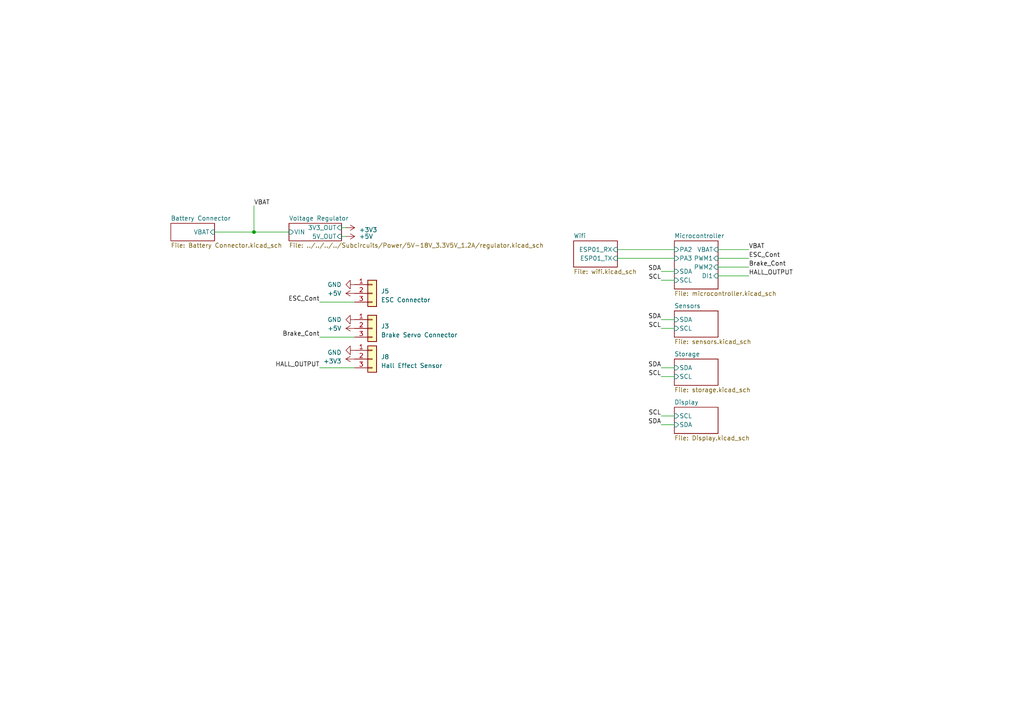
<source format=kicad_sch>
(kicad_sch (version 20230121) (generator eeschema)
  (paper "A4")
  (lib_symbols
    (symbol "+5V_1" (power) (pin_names (offset 0))
      (property "Value" "+5V_1" (at 0 3.556 0))
      (symbol "+5V_1_0_1"
        (polyline (pts (xy -0.762 1.27) (xy 0 2.54)))
        (polyline (pts (xy 0 0) (xy 0 2.54)))
        (polyline (pts (xy 0 2.54) (xy 0.762 1.27)))
      )
      (symbol "+5V_1_1_1"
        (pin power_in line (at 0 0 90) (length 0) hide (name "+5V") (number "1"))
      )
    )
    (symbol "Connector_Generic:Conn_01x03" (pin_names (offset 1.016) hide)
      (property "Reference" "J" (at 0 5.08 0))
      (property "Value" "Conn_01x03" (at 0 -5.08 0))
      (symbol "Conn_01x03_1_1"
        (rectangle (start -1.27 -2.413) (end 0 -2.667) (stroke (width 0.1524)))
        (rectangle (start -1.27 0.127) (end 0 -0.127) (stroke (width 0.1524)))
        (rectangle (start -1.27 2.667) (end 0 2.413) (stroke (width 0.1524)))
        (rectangle (start -1.27 3.81) (end 1.27 -3.81) (stroke (width 0.254)) (fill (type background)))
        (pin passive line (at -5.08 2.54 0) (length 3.81) (name "Pin_1") (number "1"))
        (pin passive line (at -5.08 0 0) (length 3.81) (name "Pin_2") (number "2"))
        (pin passive line (at -5.08 -2.54 0) (length 3.81) (name "Pin_3") (number "3"))
      )
    )
    (symbol "GND_1" (power) (pin_names (offset 0))
      (property "Value" "GND_1" (at 0 -3.81 0))
      (symbol "GND_1_0_1"
        (polyline (pts (xy 0 0) (xy 0 -1.27) (xy 1.27 -1.27) (xy 0 -2.54) (xy -1.27 -1.27) (xy 0 -1.27)))
      )
      (symbol "GND_1_1_1"
        (pin power_in line (at 0 0 270) (length 0) hide (name "GND") (number "1"))
      )
    )
    (symbol "power:+3V3" (power) (pin_names (offset 0))
      (property "Value" "+3V3" (at 0 3.556 0))
      (symbol "+3V3_0_1"
        (polyline (pts (xy -0.762 1.27) (xy 0 2.54)))
        (polyline (pts (xy 0 0) (xy 0 2.54)))
        (polyline (pts (xy 0 2.54) (xy 0.762 1.27)))
      )
      (symbol "+3V3_1_1"
        (pin power_in line (at 0 0 90) (length 0) hide (name "+3V3") (number "1"))
      )
    )
    (symbol "power:+5V" (power) (pin_names (offset 0))
      (property "Value" "+5V" (at 0 3.556 0))
      (symbol "+5V_0_1"
        (polyline (pts (xy -0.762 1.27) (xy 0 2.54)))
        (polyline (pts (xy 0 0) (xy 0 2.54)))
        (polyline (pts (xy 0 2.54) (xy 0.762 1.27)))
      )
      (symbol "+5V_1_1"
        (pin power_in line (at 0 0 90) (length 0) hide (name "+5V") (number "1"))
      )
    )
    (symbol "power:GND" (power) (pin_names (offset 0))
      (property "Value" "GND" (at 0 -3.81 0))
      (symbol "GND_0_1"
        (polyline (pts (xy 0 0) (xy 0 -1.27) (xy 1.27 -1.27) (xy 0 -2.54) (xy -1.27 -1.27) (xy 0 -1.27)))
      )
      (symbol "GND_1_1"
        (pin power_in line (at 0 0 270) (length 0) hide (name "GND") (number "1"))
      )
    )
  )
  (junction (at 73.66 67.31))
  (wire (pts (xy 191.77 106.68) (xy 195.58 106.68)))
  (wire (pts (xy 99.06 68.58) (xy 100.33 68.58)))
  (wire (pts (xy 73.66 59.69) (xy 73.66 67.31)))
  (wire (pts (xy 179.07 74.93) (xy 195.58 74.93)))
  (wire (pts (xy 99.06 66.04) (xy 100.33 66.04)))
  (wire (pts (xy 92.71 87.63) (xy 102.87 87.63)))
  (wire (pts (xy 73.66 67.31) (xy 83.82 67.31)))
  (wire (pts (xy 208.28 77.47) (xy 217.17 77.47)))
  (wire (pts (xy 191.77 81.28) (xy 195.58 81.28)))
  (wire (pts (xy 208.28 74.93) (xy 217.17 74.93)))
  (wire (pts (xy 191.77 78.74) (xy 195.58 78.74)))
  (wire (pts (xy 62.23 67.31) (xy 73.66 67.31)))
  (wire (pts (xy 208.28 80.01) (xy 217.17 80.01)))
  (wire (pts (xy 191.77 109.22) (xy 195.58 109.22)))
  (wire (pts (xy 208.28 72.39) (xy 217.17 72.39)))
  (wire (pts (xy 92.71 106.68) (xy 102.87 106.68)))
  (wire (pts (xy 191.77 95.25) (xy 195.58 95.25)))
  (wire (pts (xy 191.77 92.71) (xy 195.58 92.71)))
  (wire (pts (xy 92.71 97.79) (xy 102.87 97.79)))
  (wire (pts (xy 179.07 72.39) (xy 195.58 72.39)))
  (wire (pts (xy 195.58 120.65) (xy 191.77 120.65)))
  (wire (pts (xy 195.58 123.19) (xy 191.77 123.19)))
  (label "Brake_Cont" (at 217.17 77.47 0))
  (label "HALL_OUTPUT" (at 217.17 80.01 0))
  (label "SCL" (at 191.77 95.25 180))
  (label "VBAT" (at 217.17 72.39 0))
  (label "SDA" (at 191.77 123.19 180))
  (label "HALL_OUTPUT" (at 92.71 106.68 180))
  (label "SDA" (at 191.77 106.68 180))
  (label "ESC_Cont" (at 92.71 87.63 180))
  (label "SCL" (at 191.77 109.22 180))
  (label "Brake_Cont" (at 92.71 97.79 180))
  (label "SCL" (at 191.77 81.28 180))
  (label "ESC_Cont" (at 217.17 74.93 0))
  (label "SDA" (at 191.77 78.74 180))
  (label "VBAT" (at 73.66 59.69 0))
  (label "SCL" (at 191.77 120.65 180))
  (label "SDA" (at 191.77 92.71 180))
  (symbol (lib_id "power:GND") (at 102.87 82.55 270) (unit 1)
    (property "Reference" "#PWR01" (effects hide))
    (property "Value" "GND" (at 99.06 82.5499 90) (effects (justify right)))
  )
  (symbol (lib_id "Connector_Generic:Conn_01x03") (at 107.95 104.14 0) (unit 1)
    (property "Reference" "J8" (at 110.49 103.505 0) (effects (justify left)))
    (property "Value" "Hall Effect Sensor" (at 110.49 106.045 0) (effects (justify left)))
    (property "Footprint" "Connector_PinHeader_2.54mm:PinHeader_1x03_P2.54mm_Vertical" (effects hide))
  )
  (symbol (lib_id "power:+5V") (at 102.87 95.25 90) (unit 1)
    (property "Reference" "#PWR057" (effects hide))
    (property "Value" "+5V" (at 99.06 95.2499 90) (effects (justify left)))
  )
  (symbol (lib_id "power:+5V") (at 102.87 85.09 90) (unit 1)
    (property "Reference" "#PWR02" (effects hide))
    (property "Value" "+5V" (at 99.06 85.0899 90) (effects (justify left)))
  )
  (symbol (lib_id "Connector_Generic:Conn_01x03") (at 107.95 85.09 0) (unit 1)
    (property "Reference" "J5" (at 110.49 84.455 0) (effects (justify left)))
    (property "Value" "ESC Connector" (at 110.49 86.995 0) (effects (justify left)))
    (property "Footprint" "Connector_PinHeader_2.54mm:PinHeader_1x03_P2.54mm_Vertical" (effects hide))
  )
  (symbol (lib_id "power:+3V3") (at 102.87 104.14 90) (unit 1)
    (property "Reference" "#PWR058" (effects hide))
    (property "Value" "+3V3" (at 99.06 104.775 90) (effects (justify left)))
  )
  (symbol (lib_name "+5V_1") (lib_id "power:+5V") (at 100.33 68.58 270) (unit 1)
    (property "Reference" "#PWR055" (effects hide))
    (property "Value" "+5V" (at 104.14 68.58 90) (effects (justify left)))
  )
  (symbol (lib_id "power:+3V3") (at 100.33 66.04 270) (unit 1)
    (property "Reference" "#PWR054" (effects hide))
    (property "Value" "+3V3" (at 104.14 66.675 90) (effects (justify left)))
  )
  (symbol (lib_name "GND_1") (lib_id "power:GND") (at 102.87 101.6 270) (unit 1)
    (property "Reference" "#PWR059" (effects hide))
    (property "Value" "GND" (at 99.06 102.235 90) (effects (justify right)))
  )
  (symbol (lib_id "Connector_Generic:Conn_01x03") (at 107.95 95.25 0) (unit 1)
    (property "Reference" "J3" (at 110.49 94.615 0) (effects (justify left)))
    (property "Value" "Brake Servo Connector" (at 110.49 97.155 0) (effects (justify left)))
    (property "Footprint" "Connector_PinHeader_2.54mm:PinHeader_1x03_P2.54mm_Vertical" (effects hide))
  )
  (symbol (lib_id "power:GND") (at 102.87 92.71 270) (unit 1)
    (property "Reference" "#PWR056" (effects hide))
    (property "Value" "GND" (at 99.06 92.7099 90) (effects (justify right)))
  )
  (sheet (at 195.58 90.17) (size 12.7 7.62) (stroke (width 0.1524))
    (property "Sheetname" "Sensors" (at 195.58 89.4584 0) (effects (justify left bottom)))
    (property "Sheetfile" "sensors.kicad_sch" (at 195.58 98.3746 0) (effects (justify left top)))
    (pin "SDA" input (at 195.58 92.71 180))
    (pin "SCL" input (at 195.58 95.25 180))
  )
  (sheet (at 166.37 69.85) (size 12.7 7.62) (stroke (width 0.1524))
    (property "Sheetname" "Wifi" (at 166.37 69.1384 0) (effects (justify left bottom)))
    (property "Sheetfile" "wifi.kicad_sch" (at 166.37 78.0546 0) (effects (justify left top)))
    (pin "ESP01_RX" input (at 179.07 72.39 0))
    (pin "ESP01_TX" input (at 179.07 74.93 0))
  )
  (sheet (at 195.58 69.85) (size 12.7 13.97) (stroke (width 0.1524))
    (property "Sheetname" "Microcontroller" (at 195.58 69.1384 0) (effects (justify left bottom)))
    (property "Sheetfile" "microcontroller.kicad_sch" (at 195.58 84.4046 0) (effects (justify left top)))
    (pin "SCL" input (at 195.58 81.28 180))
    (pin "SDA" input (at 195.58 78.74 180))
    (pin "PA2" input (at 195.58 72.39 180))
    (pin "PA3" input (at 195.58 74.93 180))
    (pin "VBAT" input (at 208.28 72.39 0))
    (pin "PWM1" input (at 208.28 74.93 0))
    (pin "PWM2" input (at 208.28 77.47 0))
    (pin "DI1" input (at 208.28 80.01 0))
  )
  (sheet (at 195.58 104.14) (size 12.7 7.62) (stroke (width 0.1524))
    (property "Sheetname" "Storage" (at 195.58 103.4284 0) (effects (justify left bottom)))
    (property "Sheetfile" "storage.kicad_sch" (at 195.58 112.3446 0) (effects (justify left top)))
    (pin "SDA" input (at 195.58 106.68 180))
    (pin "SCL" input (at 195.58 109.22 180))
  )
  (sheet (at 195.58 118.11) (size 12.7 7.62) (stroke (width 0.1524))
    (property "Sheetname" "Display" (at 195.58 117.3984 0) (effects (justify left bottom)))
    (property "Sheetfile" "Display.kicad_sch" (at 195.58 126.3146 0) (effects (justify left top)))
    (pin "SCL" input (at 195.58 120.65 180))
    (pin "SDA" input (at 195.58 123.19 180))
  )
  (sheet (at 83.82 64.77) (size 15.24 5.08) (stroke (width 0.1524))
    (property "Sheetname" "Voltage Regulator" (at 83.82 64.0584 0) (effects (justify left bottom)))
    (property "Sheetfile" "../../../../Subcircuits/Power/5V-18V_3.3V5V_1.2A/regulator.kicad_sch" (at 83.82 70.4346 0) (effects (justify left top)))
    (pin "3V3_OUT" input (at 99.06 66.04 0))
    (pin "5V_OUT" input (at 99.06 68.58 0))
    (pin "VIN" input (at 83.82 67.31 180))
  )
  (sheet (at 49.53 64.77) (size 12.7 5.08) (stroke (width 0.1524))
    (property "Sheetname" "Battery Connector" (at 49.53 64.0584 0) (effects (justify left bottom)))
    (property "Sheetfile" "Battery Connector.kicad_sch" (at 49.53 70.4346 0) (effects (justify left top)))
    (pin "VBAT" input (at 62.23 67.31 0))
  )
)
</source>
